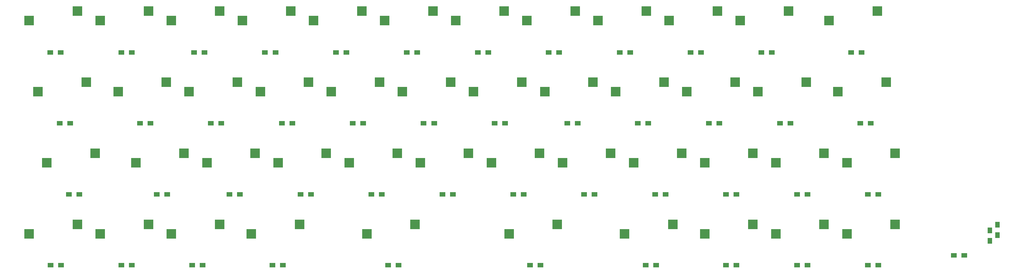
<source format=gbr>
%TF.GenerationSoftware,KiCad,Pcbnew,9.0.6*%
%TF.CreationDate,2025-12-30T17:34:46-07:00*%
%TF.ProjectId,Hotswap PCB,486f7473-7761-4702-9050-43422e6b6963,rev?*%
%TF.SameCoordinates,Original*%
%TF.FileFunction,Paste,Bot*%
%TF.FilePolarity,Positive*%
%FSLAX46Y46*%
G04 Gerber Fmt 4.6, Leading zero omitted, Abs format (unit mm)*
G04 Created by KiCad (PCBNEW 9.0.6) date 2025-12-30 17:34:46*
%MOMM*%
%LPD*%
G01*
G04 APERTURE LIST*
%ADD10R,1.600000X1.200000*%
%ADD11R,2.550000X2.500000*%
%ADD12R,1.200000X1.600000*%
G04 APERTURE END LIST*
D10*
%TO.C,D6*%
X118600000Y-75500000D03*
X121400000Y-75500000D03*
%TD*%
D11*
%TO.C,K9*%
X169815000Y-66960000D03*
X182742000Y-64420000D03*
%TD*%
D10*
%TO.C,D39*%
X61100000Y-132500000D03*
X63900000Y-132500000D03*
%TD*%
%TO.C,D9*%
X175600000Y-75500000D03*
X178400000Y-75500000D03*
%TD*%
%TO.C,D35*%
X223100000Y-113500000D03*
X225900000Y-113500000D03*
%TD*%
%TO.C,D20*%
X161600000Y-94500000D03*
X164400000Y-94500000D03*
%TD*%
%TO.C,D1*%
X23100000Y-75500000D03*
X25900000Y-75500000D03*
%TD*%
D11*
%TO.C,K29*%
X103140000Y-105060000D03*
X116067000Y-102520000D03*
%TD*%
%TO.C,K38*%
X36465000Y-124110000D03*
X49392000Y-121570000D03*
%TD*%
%TO.C,K42*%
X145990000Y-124110000D03*
X158917000Y-121570000D03*
%TD*%
%TO.C,K10*%
X188865000Y-66960000D03*
X201792000Y-64420000D03*
%TD*%
D10*
%TO.C,D31*%
X147100000Y-113500000D03*
X149900000Y-113500000D03*
%TD*%
%TO.C,D27*%
X71100000Y-113500000D03*
X73900000Y-113500000D03*
%TD*%
%TO.C,D10*%
X194600000Y-75500000D03*
X197400000Y-75500000D03*
%TD*%
%TO.C,D11*%
X213600000Y-75500000D03*
X216400000Y-75500000D03*
%TD*%
D11*
%TO.C,K43*%
X176940000Y-124110000D03*
X189867000Y-121570000D03*
%TD*%
D10*
%TO.C,D41*%
X113600000Y-132500000D03*
X116400000Y-132500000D03*
%TD*%
%TO.C,D34*%
X204100000Y-113500000D03*
X206900000Y-113500000D03*
%TD*%
%TO.C,D24*%
X240100000Y-94500000D03*
X242900000Y-94500000D03*
%TD*%
D12*
%TO.C,D48*%
X274770000Y-123140000D03*
X274770000Y-125940000D03*
%TD*%
D11*
%TO.C,K28*%
X84090000Y-105060000D03*
X97017000Y-102520000D03*
%TD*%
%TO.C,K31*%
X141240000Y-105060000D03*
X154167000Y-102520000D03*
%TD*%
D10*
%TO.C,D29*%
X109100000Y-113500000D03*
X111900000Y-113500000D03*
%TD*%
D11*
%TO.C,K19*%
X136465000Y-86010000D03*
X149392000Y-83470000D03*
%TD*%
D10*
%TO.C,D44*%
X204100000Y-132500000D03*
X206900000Y-132500000D03*
%TD*%
D11*
%TO.C,K2*%
X36465000Y-66960000D03*
X49392000Y-64420000D03*
%TD*%
%TO.C,K39*%
X55515000Y-124110000D03*
X68442000Y-121570000D03*
%TD*%
%TO.C,K37*%
X17415000Y-124135000D03*
X30342000Y-121595000D03*
%TD*%
D10*
%TO.C,D19*%
X142100000Y-94500000D03*
X144900000Y-94500000D03*
%TD*%
%TO.C,D8*%
X156600000Y-75500000D03*
X159400000Y-75500000D03*
%TD*%
D11*
%TO.C,K46*%
X236490000Y-124110000D03*
X249417000Y-121570000D03*
%TD*%
%TO.C,K22*%
X193615000Y-86010000D03*
X206542000Y-83470000D03*
%TD*%
D10*
%TO.C,D14*%
X47100000Y-94500000D03*
X49900000Y-94500000D03*
%TD*%
%TO.C,D22*%
X199500000Y-94500000D03*
X202300000Y-94500000D03*
%TD*%
%TO.C,D4*%
X80600000Y-75500000D03*
X83400000Y-75500000D03*
%TD*%
D11*
%TO.C,K14*%
X41240000Y-86010000D03*
X54167000Y-83470000D03*
%TD*%
%TO.C,K1*%
X17415000Y-66960000D03*
X30342000Y-64420000D03*
%TD*%
%TO.C,K15*%
X60265000Y-86010000D03*
X73192000Y-83470000D03*
%TD*%
%TO.C,K36*%
X236490000Y-105060000D03*
X249417000Y-102520000D03*
%TD*%
%TO.C,K12*%
X231715000Y-66960000D03*
X244642000Y-64420000D03*
%TD*%
%TO.C,K18*%
X117415000Y-86010000D03*
X130342000Y-83470000D03*
%TD*%
%TO.C,K11*%
X207915000Y-66960000D03*
X220842000Y-64420000D03*
%TD*%
D10*
%TO.C,D32*%
X166100000Y-113500000D03*
X168900000Y-113500000D03*
%TD*%
D12*
%TO.C,D49*%
X276780000Y-121670000D03*
X276780000Y-124470000D03*
%TD*%
D10*
%TO.C,D2*%
X42100000Y-75500000D03*
X44900000Y-75500000D03*
%TD*%
%TO.C,D26*%
X51600000Y-113500000D03*
X54400000Y-113500000D03*
%TD*%
D11*
%TO.C,K5*%
X93615000Y-66960000D03*
X106542000Y-64420000D03*
%TD*%
%TO.C,K44*%
X198390000Y-124110000D03*
X211317000Y-121570000D03*
%TD*%
D10*
%TO.C,D25*%
X28100000Y-113500000D03*
X30900000Y-113500000D03*
%TD*%
D11*
%TO.C,K8*%
X150765000Y-66960000D03*
X163692000Y-64420000D03*
%TD*%
%TO.C,K30*%
X122190000Y-105060000D03*
X135117000Y-102520000D03*
%TD*%
%TO.C,K32*%
X160290000Y-105060000D03*
X173217000Y-102520000D03*
%TD*%
%TO.C,K45*%
X217440000Y-124110000D03*
X230367000Y-121570000D03*
%TD*%
%TO.C,K4*%
X74565000Y-66960000D03*
X87492000Y-64420000D03*
%TD*%
D10*
%TO.C,D5*%
X99600000Y-75500000D03*
X102400000Y-75500000D03*
%TD*%
%TO.C,D45*%
X223100000Y-132500000D03*
X225900000Y-132500000D03*
%TD*%
D11*
%TO.C,K40*%
X76940000Y-124110000D03*
X89867000Y-121570000D03*
%TD*%
D10*
%TO.C,D12*%
X237600000Y-75500000D03*
X240400000Y-75500000D03*
%TD*%
D11*
%TO.C,K17*%
X98365000Y-86010000D03*
X111292000Y-83470000D03*
%TD*%
%TO.C,K3*%
X55515000Y-66960000D03*
X68442000Y-64420000D03*
%TD*%
%TO.C,K21*%
X174565000Y-86010000D03*
X187492000Y-83470000D03*
%TD*%
%TO.C,K20*%
X155540000Y-86010000D03*
X168467000Y-83470000D03*
%TD*%
%TO.C,K16*%
X79340000Y-86010000D03*
X92267000Y-83470000D03*
%TD*%
%TO.C,K27*%
X65040000Y-105060000D03*
X77967000Y-102520000D03*
%TD*%
D10*
%TO.C,D33*%
X185100000Y-113500000D03*
X187900000Y-113500000D03*
%TD*%
D11*
%TO.C,K34*%
X198390000Y-105060000D03*
X211317000Y-102520000D03*
%TD*%
D10*
%TO.C,D28*%
X90100000Y-113500000D03*
X92900000Y-113500000D03*
%TD*%
%TO.C,D15*%
X66100000Y-94500000D03*
X68900000Y-94500000D03*
%TD*%
D11*
%TO.C,K26*%
X45990000Y-105060000D03*
X58917000Y-102520000D03*
%TD*%
D10*
%TO.C,D7*%
X137600000Y-75500000D03*
X140400000Y-75500000D03*
%TD*%
%TO.C,D37*%
X23180000Y-132500000D03*
X25980000Y-132500000D03*
%TD*%
D11*
%TO.C,K7*%
X131715000Y-66960000D03*
X144642000Y-64420000D03*
%TD*%
D10*
%TO.C,D16*%
X85100000Y-94500000D03*
X87900000Y-94500000D03*
%TD*%
D11*
%TO.C,K33*%
X179340000Y-105060000D03*
X192267000Y-102520000D03*
%TD*%
D10*
%TO.C,D17*%
X104100000Y-94500000D03*
X106900000Y-94500000D03*
%TD*%
%TO.C,D38*%
X42100000Y-132500000D03*
X44900000Y-132500000D03*
%TD*%
D11*
%TO.C,K35*%
X217440000Y-105060000D03*
X230367000Y-102520000D03*
%TD*%
%TO.C,K24*%
X234090000Y-86010000D03*
X247017000Y-83470000D03*
%TD*%
D10*
%TO.C,D46*%
X242100000Y-132500000D03*
X244900000Y-132500000D03*
%TD*%
D11*
%TO.C,K6*%
X112665000Y-66960000D03*
X125592000Y-64420000D03*
%TD*%
D10*
%TO.C,D23*%
X218600000Y-94500000D03*
X221400000Y-94500000D03*
%TD*%
D11*
%TO.C,K13*%
X19790000Y-86010000D03*
X32717000Y-83470000D03*
%TD*%
D10*
%TO.C,D43*%
X182600000Y-132500000D03*
X185400000Y-132500000D03*
%TD*%
%TO.C,D47*%
X265125000Y-129875000D03*
X267925000Y-129875000D03*
%TD*%
%TO.C,D40*%
X82600000Y-132500000D03*
X85400000Y-132500000D03*
%TD*%
%TO.C,D18*%
X123100000Y-94500000D03*
X125900000Y-94500000D03*
%TD*%
%TO.C,D13*%
X25600000Y-94500000D03*
X28400000Y-94500000D03*
%TD*%
D11*
%TO.C,K23*%
X212665000Y-86010000D03*
X225592000Y-83470000D03*
%TD*%
%TO.C,K25*%
X22165000Y-105060000D03*
X35092000Y-102520000D03*
%TD*%
D10*
%TO.C,D36*%
X242100000Y-113500000D03*
X244900000Y-113500000D03*
%TD*%
%TO.C,D30*%
X128100000Y-113500000D03*
X130900000Y-113500000D03*
%TD*%
%TO.C,D3*%
X61600000Y-75500000D03*
X64400000Y-75500000D03*
%TD*%
%TO.C,D21*%
X180500000Y-94500000D03*
X183300000Y-94500000D03*
%TD*%
D11*
%TO.C,K41*%
X107890000Y-124110000D03*
X120817000Y-121570000D03*
%TD*%
D10*
%TO.C,D42*%
X151600000Y-132500000D03*
X154400000Y-132500000D03*
%TD*%
M02*

</source>
